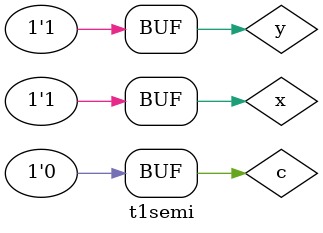
<source format=v>
`timescale 1ns / 1ps


module t1semi();
    reg x,y,c;
    wire outc, outs;
    
    sumcomplet moduletest(.x(x), .y(y), .z(c), .s(outs), .cout(outc));
    initial begin
        c = 1'b0;
        x = 1'b0;
        y = 1'b1;
        #20;
        x = 1'b1;
        y = 1'b1;
    end
endmodule

</source>
